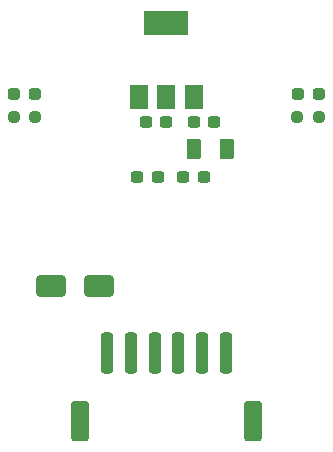
<source format=gbr>
%TF.GenerationSoftware,KiCad,Pcbnew,7.0.6-7.0.6~ubuntu22.04.1*%
%TF.CreationDate,2023-09-05T16:39:34+08:00*%
%TF.ProjectId,CAM_Module,43414d5f-4d6f-4647-956c-652e6b696361,rev?*%
%TF.SameCoordinates,Original*%
%TF.FileFunction,Paste,Top*%
%TF.FilePolarity,Positive*%
%FSLAX46Y46*%
G04 Gerber Fmt 4.6, Leading zero omitted, Abs format (unit mm)*
G04 Created by KiCad (PCBNEW 7.0.6-7.0.6~ubuntu22.04.1) date 2023-09-05 16:39:34*
%MOMM*%
%LPD*%
G01*
G04 APERTURE LIST*
G04 Aperture macros list*
%AMRoundRect*
0 Rectangle with rounded corners*
0 $1 Rounding radius*
0 $2 $3 $4 $5 $6 $7 $8 $9 X,Y pos of 4 corners*
0 Add a 4 corners polygon primitive as box body*
4,1,4,$2,$3,$4,$5,$6,$7,$8,$9,$2,$3,0*
0 Add four circle primitives for the rounded corners*
1,1,$1+$1,$2,$3*
1,1,$1+$1,$4,$5*
1,1,$1+$1,$6,$7*
1,1,$1+$1,$8,$9*
0 Add four rect primitives between the rounded corners*
20,1,$1+$1,$2,$3,$4,$5,0*
20,1,$1+$1,$4,$5,$6,$7,0*
20,1,$1+$1,$6,$7,$8,$9,0*
20,1,$1+$1,$8,$9,$2,$3,0*%
G04 Aperture macros list end*
%ADD10RoundRect,0.250000X-1.000000X-0.650000X1.000000X-0.650000X1.000000X0.650000X-1.000000X0.650000X0*%
%ADD11RoundRect,0.250000X-0.375000X-0.625000X0.375000X-0.625000X0.375000X0.625000X-0.375000X0.625000X0*%
%ADD12RoundRect,0.237500X0.250000X0.237500X-0.250000X0.237500X-0.250000X-0.237500X0.250000X-0.237500X0*%
%ADD13RoundRect,0.237500X0.287500X0.237500X-0.287500X0.237500X-0.287500X-0.237500X0.287500X-0.237500X0*%
%ADD14RoundRect,0.237500X0.300000X0.237500X-0.300000X0.237500X-0.300000X-0.237500X0.300000X-0.237500X0*%
%ADD15RoundRect,0.237500X-0.250000X-0.237500X0.250000X-0.237500X0.250000X0.237500X-0.250000X0.237500X0*%
%ADD16RoundRect,0.237500X-0.300000X-0.237500X0.300000X-0.237500X0.300000X0.237500X-0.300000X0.237500X0*%
%ADD17RoundRect,0.237500X-0.287500X-0.237500X0.287500X-0.237500X0.287500X0.237500X-0.287500X0.237500X0*%
%ADD18RoundRect,0.250000X-0.250000X-1.500000X0.250000X-1.500000X0.250000X1.500000X-0.250000X1.500000X0*%
%ADD19RoundRect,0.250001X-0.499999X-1.449999X0.499999X-1.449999X0.499999X1.449999X-0.499999X1.449999X0*%
%ADD20R,1.500000X2.000000*%
%ADD21R,3.800000X2.000000*%
G04 APERTURE END LIST*
D10*
%TO.C,D4*%
X140250000Y-64400000D03*
X144250000Y-64400000D03*
%TD*%
D11*
%TO.C,D3*%
X155100000Y-52850000D03*
X152300000Y-52850000D03*
%TD*%
D12*
%TO.C,R2*%
X138911250Y-50097500D03*
X137086250Y-50097500D03*
%TD*%
D13*
%TO.C,D2*%
X138853750Y-48132500D03*
X137103750Y-48132500D03*
%TD*%
D14*
%TO.C,C4*%
X150000000Y-50500000D03*
X148275000Y-50500000D03*
%TD*%
%TO.C,C1*%
X149262500Y-55200000D03*
X147537500Y-55200000D03*
%TD*%
D15*
%TO.C,R1*%
X161086250Y-50100000D03*
X162911250Y-50100000D03*
%TD*%
D16*
%TO.C,C3*%
X152300000Y-50500000D03*
X154025000Y-50500000D03*
%TD*%
D14*
%TO.C,C2*%
X153162500Y-55200000D03*
X151437500Y-55200000D03*
%TD*%
D17*
%TO.C,D1*%
X161146250Y-48135000D03*
X162896250Y-48135000D03*
%TD*%
D18*
%TO.C,J1*%
X145000000Y-70100000D03*
X147000000Y-70100000D03*
X149000000Y-70100000D03*
X151000000Y-70100000D03*
X153000000Y-70100000D03*
X155000000Y-70100000D03*
D19*
X142650000Y-75850000D03*
X157350000Y-75850000D03*
%TD*%
D20*
%TO.C,U2*%
X147700000Y-48400000D03*
X150000000Y-48400000D03*
D21*
X150000000Y-42100000D03*
D20*
X152300000Y-48400000D03*
%TD*%
M02*

</source>
